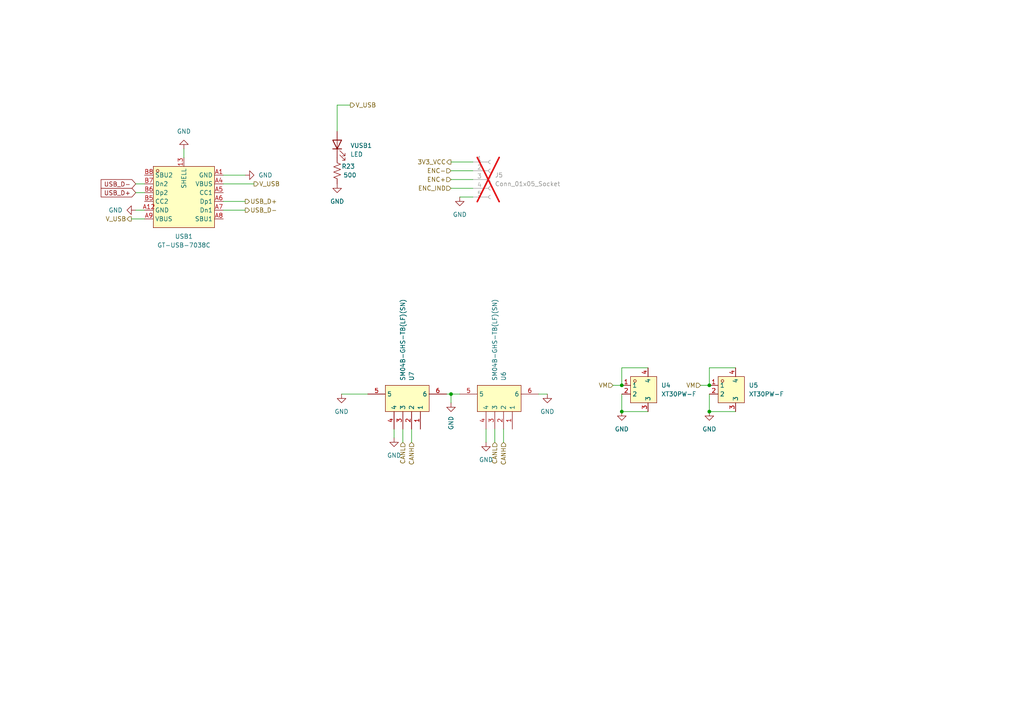
<source format=kicad_sch>
(kicad_sch (version 20231120) (generator "eeschema") (generator_version "8.0")
  (paper "A4")
  (lib_symbols
    (symbol "Connector:Conn_01x05_Socket" (pin_names (offset 1.016) hide)
      (property "Reference" "J" (at 0 7.62 0))
      (property "Value" "Conn_01x05_Socket" (at 0 -7.62 0))
      (symbol "Conn_01x05_Socket_1_1"
        (arc (start 0 -4.572) (mid -0.5058 -5.08) (end 0 -5.588) (stroke (width 0.1524)))
        (arc (start 0 -2.032) (mid -0.5058 -2.54) (end 0 -3.048) (stroke (width 0.1524)))
        (polyline (pts (xy -1.27 -5.08) (xy -0.508 -5.08)) (stroke (width 0.1524)))
        (polyline (pts (xy -1.27 -2.54) (xy -0.508 -2.54)) (stroke (width 0.1524)))
        (polyline (pts (xy -1.27 0) (xy -0.508 0)) (stroke (width 0.1524)))
        (polyline (pts (xy -1.27 2.54) (xy -0.508 2.54)) (stroke (width 0.1524)))
        (polyline (pts (xy -1.27 5.08) (xy -0.508 5.08)) (stroke (width 0.1524)))
        (arc (start 0 0.508) (mid -0.5058 0) (end 0 -0.508) (stroke (width 0.1524)))
        (arc (start 0 3.048) (mid -0.5058 2.54) (end 0 2.032) (stroke (width 0.1524)))
        (arc (start 0 5.588) (mid -0.5058 5.08) (end 0 4.572) (stroke (width 0.1524)))
        (pin passive line (at -5.08 5.08 0) (length 3.81) (name "Pin_1") (number "1"))
        (pin passive line (at -5.08 2.54 0) (length 3.81) (name "Pin_2") (number "2"))
        (pin passive line (at -5.08 0 0) (length 3.81) (name "Pin_3") (number "3"))
        (pin passive line (at -5.08 -2.54 0) (length 3.81) (name "Pin_4") (number "4"))
        (pin passive line (at -5.08 -5.08 0) (length 3.81) (name "Pin_5") (number "5"))
      )
    )
    (symbol "Device:LED" (pin_numbers hide) (pin_names (offset 1.016) hide)
      (property "Reference" "D" (at 0 2.54 0))
      (property "Value" "LED" (at 0 -2.54 0))
      (symbol "LED_0_1"
        (polyline (pts (xy -1.27 -1.27) (xy -1.27 1.27)) (stroke (width 0.254)))
        (polyline (pts (xy -1.27 0) (xy 1.27 0)))
        (polyline (pts (xy 1.27 -1.27) (xy 1.27 1.27) (xy -1.27 0) (xy 1.27 -1.27)) (stroke (width 0.254)))
        (polyline (pts (xy -3.048 -0.762) (xy -4.572 -2.286) (xy -3.81 -2.286) (xy -4.572 -2.286) (xy -4.572 -1.524)))
        (polyline (pts (xy -1.778 -0.762) (xy -3.302 -2.286) (xy -2.54 -2.286) (xy -3.302 -2.286) (xy -3.302 -1.524)))
      )
      (symbol "LED_1_1"
        (pin passive line (at -3.81 0 0) (length 2.54) (name "K") (number "1"))
        (pin passive line (at 3.81 0 180) (length 2.54) (name "A") (number "2"))
      )
    )
    (symbol "Device:R_US" (pin_numbers hide) (pin_names (offset 0))
      (property "Reference" "R" (at 2.54 0 90))
      (property "Value" "R_US" (at -2.54 0 90))
      (symbol "R_US_0_1"
        (polyline (pts (xy 0 -2.286) (xy 0 -2.54)))
        (polyline (pts (xy 0 2.286) (xy 0 2.54)))
        (polyline (pts (xy 0 -0.762) (xy 1.016 -1.143) (xy 0 -1.524) (xy -1.016 -1.905) (xy 0 -2.286)))
        (polyline (pts (xy 0 0.762) (xy 1.016 0.381) (xy 0 0) (xy -1.016 -0.381) (xy 0 -0.762)))
        (polyline (pts (xy 0 2.286) (xy 1.016 1.905) (xy 0 1.524) (xy -1.016 1.143) (xy 0 0.762)))
      )
      (symbol "R_US_1_1"
        (pin passive line (at 0 3.81 270) (length 1.27) (name "~") (number "1"))
        (pin passive line (at 0 -3.81 90) (length 1.27) (name "~") (number "2"))
      )
    )
    (symbol "easyeda2kicad:GT-USB-7038C"
      (property "Reference" "USB" (at 0 16.51 0))
      (property "Value" "GT-USB-7038C" (at 0 -11.43 0))
      (symbol "GT-USB-7038C_0_1"
        (rectangle (start -8.89 8.89) (end 8.89 -8.89) (fill (type background)))
        (circle (center -7.62 7.62) (radius 0.38))
        (pin unspecified line (at 0 11.43 270) (length 2.54) (name "SHELL") (number "13"))
        (pin unspecified line (at 11.43 6.35 180) (length 2.54) (name "GND") (number "A1"))
        (pin unspecified line (at -11.43 -3.81 0) (length 2.54) (name "GND") (number "A12"))
        (pin unspecified line (at 11.43 3.81 180) (length 2.54) (name "VBUS") (number "A4"))
        (pin unspecified line (at 11.43 1.27 180) (length 2.54) (name "CC1") (number "A5"))
        (pin unspecified line (at 11.43 -1.27 180) (length 2.54) (name "Dp1") (number "A6"))
        (pin unspecified line (at 11.43 -3.81 180) (length 2.54) (name "Dn1") (number "A7"))
        (pin unspecified line (at 11.43 -6.35 180) (length 2.54) (name "SBU1") (number "A8"))
        (pin unspecified line (at -11.43 -6.35 0) (length 2.54) (name "VBUS") (number "A9"))
        (pin unspecified line (at -11.43 -1.27 0) (length 2.54) (name "CC2") (number "B5"))
        (pin unspecified line (at -11.43 1.27 0) (length 2.54) (name "Dp2") (number "B6"))
        (pin unspecified line (at -11.43 3.81 0) (length 2.54) (name "Dn2") (number "B7"))
        (pin unspecified line (at -11.43 6.35 0) (length 2.54) (name "SBU2") (number "B8"))
      )
    )
    (symbol "easyeda2kicad:SM04B-GHS-TB(LF)(SN)"
      (property "Reference" "U" (at 0 12.7 0))
      (property "Value" "SM04B-GHS-TB(LF)(SN)" (at 0 -7.62 0))
      (symbol "SM04B-GHS-TB(LF)(SN)_0_1"
        (rectangle (start -5.08 2.54) (end 7.62 -5.08) (fill (type background)))
        (pin unspecified line (at -2.54 7.62 270) (length 5.08) (name "1") (number "1"))
        (pin unspecified line (at 0 7.62 270) (length 5.08) (name "2") (number "2"))
        (pin unspecified line (at 2.54 7.62 270) (length 5.08) (name "3") (number "3"))
        (pin unspecified line (at 5.08 7.62 270) (length 5.08) (name "4") (number "4"))
        (pin unspecified line (at 12.7 -2.54 180) (length 5.08) (name "5") (number "5"))
        (pin unspecified line (at -10.16 -2.54 0) (length 5.08) (name "6") (number "6"))
      )
    )
    (symbol "easyeda2kicad:XT30PW-F"
      (property "Reference" "U" (at 0 11.43 0))
      (property "Value" "XT30PW-F" (at 0 -11.43 0))
      (symbol "XT30PW-F_0_1"
        (rectangle (start -2.54 3.81) (end 5.08 -3.81) (fill (type background)))
        (circle (center -1.27 2.54) (radius 0.38))
        (pin unspecified line (at -5.08 1.27 0) (length 2.54) (name "1") (number "1"))
        (pin unspecified line (at -5.08 -1.27 0) (length 2.54) (name "2") (number "2"))
        (pin unspecified line (at 2.54 -6.35 90) (length 2.54) (name "3") (number "3"))
        (pin unspecified line (at 2.54 6.35 270) (length 2.54) (name "4") (number "4"))
      )
    )
    (symbol "power:GND" (power) (pin_names (offset 0))
      (property "Value" "GND" (at 0 -3.81 0))
      (symbol "GND_0_1"
        (polyline (pts (xy 0 0) (xy 0 -1.27) (xy 1.27 -1.27) (xy 0 -2.54) (xy -1.27 -1.27) (xy 0 -1.27)))
      )
      (symbol "GND_1_1"
        (pin power_in line (at 0 0 270) (length 0) hide (name "GND") (number "1"))
      )
    )
  )
  (junction (at 205.74 119.38))
  (junction (at 180.34 111.76))
  (junction (at 180.34 119.38))
  (junction (at 130.81 114.3))
  (junction (at 205.74 111.76))
  (wire (pts (xy 130.81 52.07) (xy 137.16 52.07)))
  (wire (pts (xy 133.35 114.3) (xy 130.81 114.3)))
  (wire (pts (xy 97.79 30.48) (xy 97.79 38.1)))
  (wire (pts (xy 180.34 114.3) (xy 180.34 119.38)))
  (wire (pts (xy 146.05 124.46) (xy 146.05 128.27)))
  (wire (pts (xy 119.38 124.46) (xy 119.38 128.27)))
  (wire (pts (xy 64.77 60.96) (xy 71.12 60.96)))
  (wire (pts (xy 130.81 54.61) (xy 137.16 54.61)))
  (wire (pts (xy 130.81 49.53) (xy 137.16 49.53)))
  (wire (pts (xy 180.34 111.76) (xy 180.34 106.68)))
  (wire (pts (xy 114.3 124.46) (xy 114.3 127)))
  (wire (pts (xy 39.37 60.96) (xy 41.91 60.96)))
  (wire (pts (xy 116.84 124.46) (xy 116.84 128.27)))
  (wire (pts (xy 39.37 55.88) (xy 41.91 55.88)))
  (wire (pts (xy 203.2 111.76) (xy 205.74 111.76)))
  (wire (pts (xy 133.35 57.15) (xy 137.16 57.15)))
  (wire (pts (xy 205.74 106.68) (xy 213.36 106.68)))
  (wire (pts (xy 64.77 50.8) (xy 71.12 50.8)))
  (wire (pts (xy 130.81 114.3) (xy 129.54 114.3)))
  (wire (pts (xy 177.8 111.76) (xy 180.34 111.76)))
  (wire (pts (xy 64.77 58.42) (xy 71.12 58.42)))
  (wire (pts (xy 143.51 124.46) (xy 143.51 128.27)))
  (wire (pts (xy 180.34 106.68) (xy 187.96 106.68)))
  (wire (pts (xy 106.68 114.3) (xy 99.06 114.3)))
  (wire (pts (xy 97.79 30.48) (xy 101.6 30.48)))
  (wire (pts (xy 205.74 114.3) (xy 205.74 119.38)))
  (wire (pts (xy 39.37 53.34) (xy 41.91 53.34)))
  (wire (pts (xy 38.1 63.5) (xy 41.91 63.5)))
  (wire (pts (xy 53.34 43.18) (xy 53.34 45.72)))
  (wire (pts (xy 130.81 114.3) (xy 130.81 116.84)))
  (wire (pts (xy 130.81 46.99) (xy 137.16 46.99)))
  (wire (pts (xy 64.77 53.34) (xy 73.66 53.34)))
  (wire (pts (xy 205.74 119.38) (xy 213.36 119.38)))
  (wire (pts (xy 205.74 111.76) (xy 205.74 106.68)))
  (wire (pts (xy 180.34 119.38) (xy 187.96 119.38)))
  (wire (pts (xy 158.75 114.3) (xy 156.21 114.3)))
  (wire (pts (xy 140.97 124.46) (xy 140.97 128.27)))
  (global_label "USB_D-" (shape input) (at 39.37 53.34 180) (property "Intersheetrefs" "${INTERSHEET_REFS}" (effects (hide yes))))
  (global_label "USB_D+" (shape input) (at 39.37 55.88 180) (property "Intersheetrefs" "${INTERSHEET_REFS}" (effects (hide yes))))
  (hierarchical_label "USB_D+" (shape output) (at 71.12 58.42 0) (property "Intersheetrefs" "${INTERSHEET_REFS}" (effects (hide yes))))
  (hierarchical_label "VM" (shape input) (at 177.8 111.76 180))
  (hierarchical_label "ENC-" (shape input) (at 130.81 49.53 180))
  (hierarchical_label "V_USB" (shape output) (at 73.66 53.34 0) (property "Intersheetrefs" "${INTERSHEET_REFS}" (effects (hide yes))))
  (hierarchical_label "CANH" (shape input) (at 119.38 128.27 270))
  (hierarchical_label "ENC_IND" (shape input) (at 130.81 54.61 180))
  (hierarchical_label "CANL" (shape input) (at 143.51 128.27 270))
  (hierarchical_label "VM" (shape input) (at 203.2 111.76 180))
  (hierarchical_label "V_USB" (shape output) (at 101.6 30.48 0) (property "Intersheetrefs" "${INTERSHEET_REFS}" (effects (hide yes))))
  (hierarchical_label "3V3_VCC" (shape output) (at 130.81 46.99 180) (property "Intersheetrefs" "${INTERSHEET_REFS}" (effects (hide yes))))
  (hierarchical_label "CANL" (shape input) (at 116.84 128.27 270))
  (hierarchical_label "USB_D-" (shape output) (at 71.12 60.96 0) (property "Intersheetrefs" "${INTERSHEET_REFS}" (effects (hide yes))))
  (hierarchical_label "CANH" (shape input) (at 146.05 128.27 270))
  (hierarchical_label "V_USB" (shape output) (at 38.1 63.5 180) (property "Intersheetrefs" "${INTERSHEET_REFS}" (effects (hide yes))))
  (hierarchical_label "ENC+" (shape input) (at 130.81 52.07 180))
  (symbol (lib_id "power:GND") (at 205.74 119.38 0) (unit 1)
    (property "Reference" "#PWR031" (effects (hide yes)))
    (property "Value" "GND" (at 205.74 124.46 0))
  )
  (symbol (lib_id "power:GND") (at 158.75 114.3 0) (unit 1)
    (property "Reference" "#PWR034" (effects (hide yes)))
    (property "Value" "GND" (at 158.75 119.38 0))
  )
  (symbol (lib_id "power:GND") (at 97.79 53.34 0) (unit 1)
    (property "Reference" "#PWR033" (effects (hide yes)))
    (property "Value" "GND" (at 97.79 58.42 0))
  )
  (symbol (lib_id "easyeda2kicad:SM04B-GHS-TB(LF)(SN)") (at 119.38 116.84 180) (unit 1)
    (property "Reference" "U7" (at 119.3801 110.49 90) (effects (justify right)))
    (property "Value" "SM04B-GHS-TB(LF)(SN)" (at 116.8401 110.49 90) (effects (justify right)))
    (property "Footprint" "easyeda2kicad:CONN-SMD_4P-P1.25_SM04B-GHS-TB-LF-SN" (effects (hide yes)))
    (property "Datasheet" "https://lcsc.com/product-detail/Connectors_JST-Sales-America_SM04B-GHS-TB-LF-SN_JST-Sales-America-SM04B-GHS-TB-LF-SN_C189895.html" (effects (hide yes)))
    (property "LCSC Part" "C189895" (effects (hide yes)))
  )
  (symbol (lib_id "power:GND") (at 39.37 60.96 270) (unit 1)
    (property "Reference" "#PWR01" (effects (hide yes)))
    (property "Value" "GND" (at 35.56 60.9599 90) (effects (justify right)))
  )
  (symbol (lib_id "Device:R_US") (at 97.79 49.53 180) (unit 1)
    (property "Reference" "R23" (at 99.06 48.26 0) (effects (justify right)))
    (property "Value" "500" (at 99.568 50.8 0) (effects (justify right)))
    (property "Footprint" "Resistor_SMD:R_0603_1608Metric" (effects (hide yes)))
    (property "Description" "Resistor, US symbol" (effects (hide yes)))
    (property "LCSC" "C2989147" (effects (hide yes)))
    (property "LCSC Part" "C2989147" (effects (hide yes)))
    (property "LCSC Part Number" "C2989147" (effects (hide yes)))
  )
  (symbol (lib_id "Device:LED") (at 97.79 41.91 90) (unit 1)
    (property "Reference" "VUSB1" (at 101.6 42.2274 90) (effects (justify right)))
    (property "Value" "LED" (at 101.6 44.7674 90) (effects (justify right)))
    (property "Footprint" "LED_SMD:LED_0603_1608Metric" (effects (hide yes)))
    (property "Description" "Light emitting diode" (effects (hide yes)))
    (property "LCSC" "C965804" (effects (hide yes)))
    (property "LCSC Part" "C965804" (effects (hide yes)))
    (property "LCSC Part Number" "C965804" (effects (hide yes)))
  )
  (symbol (lib_id "easyeda2kicad:GT-USB-7038C") (at 53.34 57.15 0) (unit 1)
    (property "Reference" "USB1" (at 53.34 68.58 0))
    (property "Value" "GT-USB-7038C" (at 53.34 71.12 0))
    (property "Footprint" "easyeda2kicad:USB-C-TH_G-SWITCH_GT-USB-7038X" (effects (hide yes)))
    (property "LCSC Part" "C2982476" (effects (hide yes)))
  )
  (symbol (lib_id "power:GND") (at 53.34 43.18 180) (unit 1)
    (property "Reference" "#PWR022" (effects (hide yes)))
    (property "Value" "GND" (at 53.34 38.1 0))
  )
  (symbol (lib_id "easyeda2kicad:SM04B-GHS-TB(LF)(SN)") (at 146.05 116.84 180) (unit 1)
    (property "Reference" "U6" (at 146.0501 110.49 90) (effects (justify right)))
    (property "Value" "SM04B-GHS-TB(LF)(SN)" (at 143.5101 110.49 90) (effects (justify right)))
    (property "Footprint" "easyeda2kicad:CONN-SMD_4P-P1.25_SM04B-GHS-TB-LF-SN" (effects (hide yes)))
    (property "Datasheet" "https://lcsc.com/product-detail/Connectors_JST-Sales-America_SM04B-GHS-TB-LF-SN_JST-Sales-America-SM04B-GHS-TB-LF-SN_C189895.html" (effects (hide yes)))
    (property "LCSC Part" "C189895" (effects (hide yes)))
  )
  (symbol (lib_id "Connector:Conn_01x05_Socket") (at 142.24 52.07 0) (unit 1) (dnp yes)
    (property "Reference" "J5" (at 143.51 50.7999 0) (effects (justify left)))
    (property "Value" "Conn_01x05_Socket" (at 143.51 53.3399 0) (effects (justify left)))
    (property "Footprint" "Connector_PinHeader_1.00mm:PinHeader_1x05_P1.00mm_Vertical_SMD_Pin1Left" (effects (hide yes)))
    (property "Description" "Generic connector, single row, 01x05, script generated" (effects (hide yes)))
  )
  (symbol (lib_id "power:GND") (at 140.97 128.27 0) (unit 1)
    (property "Reference" "#PWR040" (effects (hide yes)))
    (property "Value" "GND" (at 140.97 133.35 0))
  )
  (symbol (lib_id "power:GND") (at 133.35 57.15 0) (unit 1)
    (property "Reference" "#PWR029" (effects (hide yes)))
    (property "Value" "GND" (at 133.35 62.23 0))
  )
  (symbol (lib_id "power:GND") (at 71.12 50.8 90) (unit 1)
    (property "Reference" "#PWR05" (effects (hide yes)))
    (property "Value" "GND" (at 74.93 50.7999 90) (effects (justify right)))
  )
  (symbol (lib_id "easyeda2kicad:XT30PW-F") (at 210.82 113.03 0) (unit 1)
    (property "Reference" "U5" (at 217.17 111.7599 0) (effects (justify left)))
    (property "Value" "XT30PW-F" (at 217.17 114.2999 0) (effects (justify left)))
    (property "Footprint" "easyeda2kicad:CONN-TH_XT30PW-F-1" (effects (hide yes)))
    (property "LCSC Part" "C2913282" (effects (hide yes)))
  )
  (symbol (lib_id "easyeda2kicad:XT30PW-F") (at 185.42 113.03 0) (unit 1)
    (property "Reference" "U4" (at 191.77 111.7599 0) (effects (justify left)))
    (property "Value" "XT30PW-F" (at 191.77 114.2999 0) (effects (justify left)))
    (property "Footprint" "easyeda2kicad:CONN-TH_XT30PW-F-1" (effects (hide yes)))
    (property "LCSC Part" "C2913282" (effects (hide yes)))
  )
  (symbol (lib_id "power:GND") (at 180.34 119.38 0) (unit 1)
    (property "Reference" "#PWR013" (effects (hide yes)))
    (property "Value" "GND" (at 180.34 124.46 0))
  )
  (symbol (lib_id "power:GND") (at 99.06 114.3 0) (unit 1)
    (property "Reference" "#PWR036" (effects (hide yes)))
    (property "Value" "GND" (at 99.06 119.38 0))
  )
  (symbol (lib_id "power:GND") (at 130.81 116.84 0) (unit 1)
    (property "Reference" "#PWR037" (effects (hide yes)))
    (property "Value" "GND" (at 130.8101 120.65 90) (effects (justify right)))
  )
  (symbol (lib_id "power:GND") (at 114.3 127 0) (unit 1)
    (property "Reference" "#PWR039" (effects (hide yes)))
    (property "Value" "GND" (at 114.3 132.08 0))
  )
)
</source>
